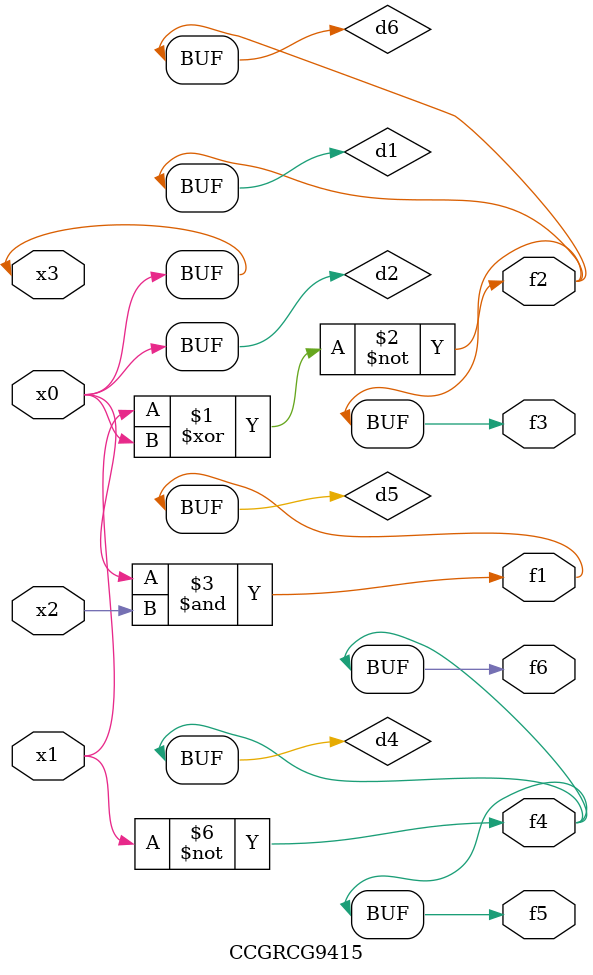
<source format=v>
module CCGRCG9415(
	input x0, x1, x2, x3,
	output f1, f2, f3, f4, f5, f6
);

	wire d1, d2, d3, d4, d5, d6;

	xnor (d1, x1, x3);
	buf (d2, x0, x3);
	nand (d3, x0, x2);
	not (d4, x1);
	nand (d5, d3);
	or (d6, d1);
	assign f1 = d5;
	assign f2 = d6;
	assign f3 = d6;
	assign f4 = d4;
	assign f5 = d4;
	assign f6 = d4;
endmodule

</source>
